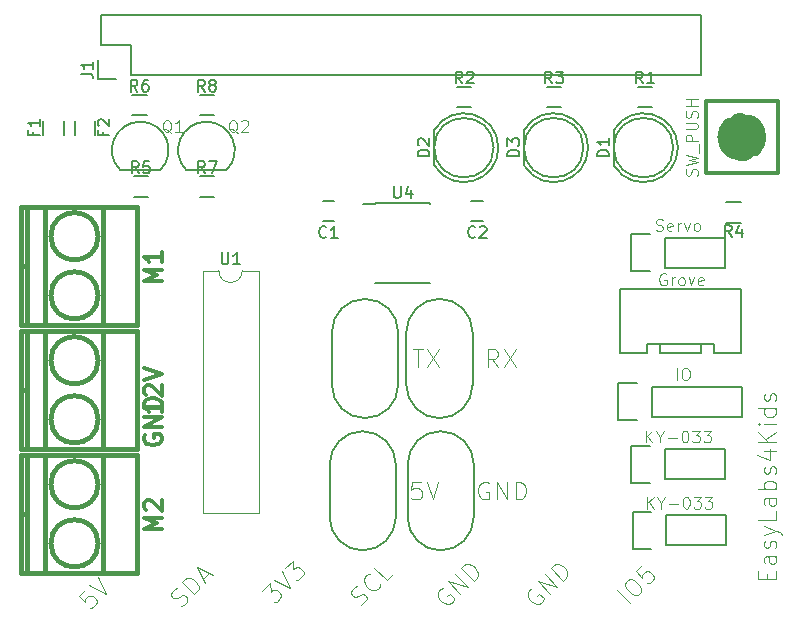
<source format=gbr>
G04 #@! TF.FileFunction,Legend,Top*
%FSLAX46Y46*%
G04 Gerber Fmt 4.6, Leading zero omitted, Abs format (unit mm)*
G04 Created by KiCad (PCBNEW 4.0.7) date 09/24/17 15:20:56*
%MOMM*%
%LPD*%
G01*
G04 APERTURE LIST*
%ADD10C,0.100000*%
%ADD11C,0.300000*%
%ADD12C,0.150000*%
%ADD13C,0.381000*%
%ADD14C,0.304800*%
%ADD15C,2.540000*%
%ADD16C,0.120000*%
G04 APERTURE END LIST*
D10*
X177692857Y-118957143D02*
X177692857Y-118457143D01*
X178478571Y-118242857D02*
X178478571Y-118957143D01*
X176978571Y-118957143D01*
X176978571Y-118242857D01*
X178478571Y-116957143D02*
X177692857Y-116957143D01*
X177550000Y-117028572D01*
X177478571Y-117171429D01*
X177478571Y-117457143D01*
X177550000Y-117600000D01*
X178407143Y-116957143D02*
X178478571Y-117100000D01*
X178478571Y-117457143D01*
X178407143Y-117600000D01*
X178264286Y-117671429D01*
X178121429Y-117671429D01*
X177978571Y-117600000D01*
X177907143Y-117457143D01*
X177907143Y-117100000D01*
X177835714Y-116957143D01*
X178407143Y-116314286D02*
X178478571Y-116171429D01*
X178478571Y-115885714D01*
X178407143Y-115742857D01*
X178264286Y-115671429D01*
X178192857Y-115671429D01*
X178050000Y-115742857D01*
X177978571Y-115885714D01*
X177978571Y-116100000D01*
X177907143Y-116242857D01*
X177764286Y-116314286D01*
X177692857Y-116314286D01*
X177550000Y-116242857D01*
X177478571Y-116100000D01*
X177478571Y-115885714D01*
X177550000Y-115742857D01*
X177478571Y-115171428D02*
X178478571Y-114814285D01*
X177478571Y-114457143D02*
X178478571Y-114814285D01*
X178835714Y-114957143D01*
X178907143Y-115028571D01*
X178978571Y-115171428D01*
X178478571Y-113171428D02*
X178478571Y-113885714D01*
X176978571Y-113885714D01*
X178478571Y-112028571D02*
X177692857Y-112028571D01*
X177550000Y-112100000D01*
X177478571Y-112242857D01*
X177478571Y-112528571D01*
X177550000Y-112671428D01*
X178407143Y-112028571D02*
X178478571Y-112171428D01*
X178478571Y-112528571D01*
X178407143Y-112671428D01*
X178264286Y-112742857D01*
X178121429Y-112742857D01*
X177978571Y-112671428D01*
X177907143Y-112528571D01*
X177907143Y-112171428D01*
X177835714Y-112028571D01*
X178478571Y-111314285D02*
X176978571Y-111314285D01*
X177550000Y-111314285D02*
X177478571Y-111171428D01*
X177478571Y-110885714D01*
X177550000Y-110742857D01*
X177621429Y-110671428D01*
X177764286Y-110599999D01*
X178192857Y-110599999D01*
X178335714Y-110671428D01*
X178407143Y-110742857D01*
X178478571Y-110885714D01*
X178478571Y-111171428D01*
X178407143Y-111314285D01*
X178407143Y-110028571D02*
X178478571Y-109885714D01*
X178478571Y-109599999D01*
X178407143Y-109457142D01*
X178264286Y-109385714D01*
X178192857Y-109385714D01*
X178050000Y-109457142D01*
X177978571Y-109599999D01*
X177978571Y-109814285D01*
X177907143Y-109957142D01*
X177764286Y-110028571D01*
X177692857Y-110028571D01*
X177550000Y-109957142D01*
X177478571Y-109814285D01*
X177478571Y-109599999D01*
X177550000Y-109457142D01*
X177478571Y-108099999D02*
X178478571Y-108099999D01*
X176907143Y-108457142D02*
X177978571Y-108814285D01*
X177978571Y-107885713D01*
X178478571Y-107314285D02*
X176978571Y-107314285D01*
X178478571Y-106457142D02*
X177621429Y-107099999D01*
X176978571Y-106457142D02*
X177835714Y-107314285D01*
X178478571Y-105814285D02*
X177478571Y-105814285D01*
X176978571Y-105814285D02*
X177050000Y-105885714D01*
X177121429Y-105814285D01*
X177050000Y-105742857D01*
X176978571Y-105814285D01*
X177121429Y-105814285D01*
X178478571Y-104457142D02*
X176978571Y-104457142D01*
X178407143Y-104457142D02*
X178478571Y-104599999D01*
X178478571Y-104885713D01*
X178407143Y-105028571D01*
X178335714Y-105099999D01*
X178192857Y-105171428D01*
X177764286Y-105171428D01*
X177621429Y-105099999D01*
X177550000Y-105028571D01*
X177478571Y-104885713D01*
X177478571Y-104599999D01*
X177550000Y-104457142D01*
X178407143Y-103814285D02*
X178478571Y-103671428D01*
X178478571Y-103385713D01*
X178407143Y-103242856D01*
X178264286Y-103171428D01*
X178192857Y-103171428D01*
X178050000Y-103242856D01*
X177978571Y-103385713D01*
X177978571Y-103599999D01*
X177907143Y-103742856D01*
X177764286Y-103814285D01*
X177692857Y-103814285D01*
X177550000Y-103742856D01*
X177478571Y-103599999D01*
X177478571Y-103385713D01*
X177550000Y-103242856D01*
X166119162Y-120940482D02*
X165058502Y-119879822D01*
X165765609Y-119172715D02*
X165967639Y-118970685D01*
X166119163Y-118920177D01*
X166321193Y-118920177D01*
X166573731Y-119071700D01*
X166927284Y-119425254D01*
X167078808Y-119677792D01*
X167078808Y-119879822D01*
X167028299Y-120031345D01*
X166826269Y-120233376D01*
X166674746Y-120283883D01*
X166472716Y-120283883D01*
X166220177Y-120132360D01*
X165866624Y-119778807D01*
X165715101Y-119526269D01*
X165715101Y-119324238D01*
X165765609Y-119172715D01*
X167179823Y-117758501D02*
X166674746Y-118263578D01*
X167129315Y-118819162D01*
X167129316Y-118718147D01*
X167179823Y-118566624D01*
X167432361Y-118314086D01*
X167583884Y-118263578D01*
X167684899Y-118263578D01*
X167836422Y-118314086D01*
X168088960Y-118566624D01*
X168139468Y-118718146D01*
X168139468Y-118819162D01*
X168088960Y-118970684D01*
X167836422Y-119223223D01*
X167684899Y-119273731D01*
X167583883Y-119273731D01*
X157861548Y-119677792D02*
X157710025Y-119728299D01*
X157558502Y-119879822D01*
X157457487Y-120081852D01*
X157457487Y-120283883D01*
X157507995Y-120435406D01*
X157659518Y-120687945D01*
X157811040Y-120839467D01*
X158063579Y-120990990D01*
X158215101Y-121041498D01*
X158417132Y-121041497D01*
X158619162Y-120940482D01*
X158720177Y-120839467D01*
X158821193Y-120637437D01*
X158821193Y-120536421D01*
X158467640Y-120182868D01*
X158265609Y-120384899D01*
X159376777Y-120182868D02*
X158316117Y-119122207D01*
X159982868Y-119576776D01*
X158922208Y-118516116D01*
X160487945Y-119071700D02*
X159427285Y-118011039D01*
X159679823Y-117758501D01*
X159881853Y-117657487D01*
X160083884Y-117657486D01*
X160235407Y-117707994D01*
X160487946Y-117859517D01*
X160639468Y-118011039D01*
X160790991Y-118263578D01*
X160841499Y-118415101D01*
X160841498Y-118617132D01*
X160740483Y-118819161D01*
X160487945Y-119071700D01*
X150261548Y-119677792D02*
X150110025Y-119728299D01*
X149958502Y-119879822D01*
X149857487Y-120081852D01*
X149857487Y-120283883D01*
X149907995Y-120435406D01*
X150059518Y-120687945D01*
X150211040Y-120839467D01*
X150463579Y-120990990D01*
X150615101Y-121041498D01*
X150817132Y-121041497D01*
X151019162Y-120940482D01*
X151120177Y-120839467D01*
X151221193Y-120637437D01*
X151221193Y-120536421D01*
X150867640Y-120182868D01*
X150665609Y-120384899D01*
X151776777Y-120182868D02*
X150716117Y-119122207D01*
X152382868Y-119576776D01*
X151322208Y-118516116D01*
X152887945Y-119071700D02*
X151827285Y-118011039D01*
X152079823Y-117758501D01*
X152281853Y-117657487D01*
X152483884Y-117657486D01*
X152635407Y-117707994D01*
X152887946Y-117859517D01*
X153039468Y-118011039D01*
X153190991Y-118263578D01*
X153241499Y-118415101D01*
X153241498Y-118617132D01*
X153140483Y-118819161D01*
X152887945Y-119071700D01*
X135005964Y-119932360D02*
X135662563Y-119275761D01*
X135713071Y-120033376D01*
X135864594Y-119881852D01*
X136016117Y-119831345D01*
X136117132Y-119831345D01*
X136268655Y-119881852D01*
X136521193Y-120134391D01*
X136571701Y-120285913D01*
X136571701Y-120386929D01*
X136521193Y-120538451D01*
X136218147Y-120841497D01*
X136066624Y-120892005D01*
X135965609Y-120892005D01*
X135965609Y-118972715D02*
X137379822Y-119679822D01*
X136672715Y-118265609D01*
X136925254Y-118013070D02*
X137581852Y-117356472D01*
X137632360Y-118114086D01*
X137783883Y-117962563D01*
X137935407Y-117912056D01*
X138036422Y-117912055D01*
X138187944Y-117962563D01*
X138440482Y-118215101D01*
X138490990Y-118366624D01*
X138490990Y-118467640D01*
X138440482Y-118619162D01*
X138137436Y-118922208D01*
X137985914Y-118972716D01*
X137884899Y-118972715D01*
X143366624Y-121092005D02*
X143568655Y-120990990D01*
X143821193Y-120738451D01*
X143871701Y-120586929D01*
X143871701Y-120485913D01*
X143821193Y-120334391D01*
X143720178Y-120233376D01*
X143568655Y-120182868D01*
X143467640Y-120182868D01*
X143316117Y-120233376D01*
X143063579Y-120384898D01*
X142912056Y-120435407D01*
X142811041Y-120435406D01*
X142659518Y-120384899D01*
X142558503Y-120283883D01*
X142507995Y-120132360D01*
X142507995Y-120031345D01*
X142558503Y-119879821D01*
X142811040Y-119627284D01*
X143013071Y-119526269D01*
X144982868Y-119374746D02*
X144982868Y-119475762D01*
X144881852Y-119677792D01*
X144780837Y-119778807D01*
X144578808Y-119879822D01*
X144376777Y-119879823D01*
X144225254Y-119829315D01*
X143972715Y-119677792D01*
X143821193Y-119526269D01*
X143669670Y-119273731D01*
X143619162Y-119122208D01*
X143619163Y-118920177D01*
X143720177Y-118718147D01*
X143821192Y-118617132D01*
X144023223Y-118516117D01*
X144124239Y-118516117D01*
X146043528Y-118516116D02*
X145538452Y-119021192D01*
X144477792Y-117960532D01*
X128141371Y-121217259D02*
X128343401Y-121116243D01*
X128595939Y-120863705D01*
X128646447Y-120712183D01*
X128646447Y-120611167D01*
X128595939Y-120459644D01*
X128494924Y-120358629D01*
X128343402Y-120308121D01*
X128242386Y-120308121D01*
X128090864Y-120358629D01*
X127838325Y-120510152D01*
X127686802Y-120560660D01*
X127585787Y-120560659D01*
X127434264Y-120510152D01*
X127333249Y-120409137D01*
X127282742Y-120257614D01*
X127282741Y-120156599D01*
X127333249Y-120005075D01*
X127585786Y-119752538D01*
X127787817Y-119651522D01*
X129252538Y-120207106D02*
X128191878Y-119146446D01*
X128444416Y-118893908D01*
X128646447Y-118792893D01*
X128848478Y-118792893D01*
X129000000Y-118843400D01*
X129252539Y-118994924D01*
X129404061Y-119146446D01*
X129555584Y-119398985D01*
X129606092Y-119550507D01*
X129606092Y-119752538D01*
X129505076Y-119954568D01*
X129252538Y-120207106D01*
X129959645Y-118893908D02*
X130464721Y-118388832D01*
X130161675Y-119297969D02*
X129454569Y-117883755D01*
X130868782Y-118590862D01*
X120017132Y-119821192D02*
X119512056Y-120326268D01*
X119966624Y-120881852D01*
X119966625Y-120780837D01*
X120017132Y-120629314D01*
X120269671Y-120376776D01*
X120421194Y-120326269D01*
X120522209Y-120326268D01*
X120673731Y-120376776D01*
X120926269Y-120629314D01*
X120976777Y-120780837D01*
X120976777Y-120881852D01*
X120926269Y-121033375D01*
X120673731Y-121285913D01*
X120522209Y-121336421D01*
X120421193Y-121336421D01*
X120370685Y-119467639D02*
X121784899Y-120174746D01*
X121077792Y-118760532D01*
D11*
X125050000Y-106742857D02*
X124978571Y-106885714D01*
X124978571Y-107100000D01*
X125050000Y-107314285D01*
X125192857Y-107457143D01*
X125335714Y-107528571D01*
X125621429Y-107600000D01*
X125835714Y-107600000D01*
X126121429Y-107528571D01*
X126264286Y-107457143D01*
X126407143Y-107314285D01*
X126478571Y-107100000D01*
X126478571Y-106957143D01*
X126407143Y-106742857D01*
X126335714Y-106671428D01*
X125835714Y-106671428D01*
X125835714Y-106957143D01*
X126478571Y-106028571D02*
X124978571Y-106028571D01*
X126478571Y-105171428D01*
X124978571Y-105171428D01*
X126478571Y-104457142D02*
X124978571Y-104457142D01*
X124978571Y-104099999D01*
X125050000Y-103885714D01*
X125192857Y-103742856D01*
X125335714Y-103671428D01*
X125621429Y-103599999D01*
X125835714Y-103599999D01*
X126121429Y-103671428D01*
X126264286Y-103742856D01*
X126407143Y-103885714D01*
X126478571Y-104099999D01*
X126478571Y-104457142D01*
D12*
X141100000Y-86950000D02*
X140100000Y-86950000D01*
X140100000Y-88650000D02*
X141100000Y-88650000D01*
X153700000Y-86950000D02*
X152700000Y-86950000D01*
X152700000Y-88650000D02*
X153700000Y-88650000D01*
X164785112Y-83924904D02*
G75*
G03X164770000Y-80900000I2484888J1524904D01*
G01*
X164770000Y-83900000D02*
X164770000Y-80900000D01*
X169787936Y-82400000D02*
G75*
G03X169787936Y-82400000I-2517936J0D01*
G01*
X149585112Y-83924904D02*
G75*
G03X149570000Y-80900000I2484888J1524904D01*
G01*
X149570000Y-83900000D02*
X149570000Y-80900000D01*
X154587936Y-82400000D02*
G75*
G03X154587936Y-82400000I-2517936J0D01*
G01*
X157185112Y-83924904D02*
G75*
G03X157170000Y-80900000I2484888J1524904D01*
G01*
X157170000Y-83900000D02*
X157170000Y-80900000D01*
X162187936Y-82400000D02*
G75*
G03X162187936Y-82400000I-2517936J0D01*
G01*
X118175000Y-80100000D02*
X118175000Y-81300000D01*
X116425000Y-81300000D02*
X116425000Y-80100000D01*
X119125000Y-81300000D02*
X119125000Y-80100000D01*
X120875000Y-80100000D02*
X120875000Y-81300000D01*
X172130000Y-71190000D02*
X121330000Y-71190000D01*
X123870000Y-76270000D02*
X172130000Y-76270000D01*
X172130000Y-71190000D02*
X172130000Y-76270000D01*
X121330000Y-71190000D02*
X121330000Y-73730000D01*
X121050000Y-75000000D02*
X121050000Y-76550000D01*
X121330000Y-73730000D02*
X123870000Y-73730000D01*
X123870000Y-73730000D02*
X123870000Y-76270000D01*
X121050000Y-76550000D02*
X122600000Y-76550000D01*
X147200000Y-98000000D02*
X147200000Y-102500000D01*
X152800000Y-98000000D02*
X152800000Y-102500000D01*
X152800000Y-98000000D02*
G75*
G03X150000000Y-95200000I-2800000J0D01*
G01*
X150000000Y-95200000D02*
G75*
G03X147200000Y-98000000I0J-2800000D01*
G01*
X147200000Y-102500000D02*
G75*
G03X150000000Y-105300000I2800000J0D01*
G01*
X150000000Y-105300000D02*
G75*
G03X152800000Y-102500000I0J2800000D01*
G01*
X140900000Y-98000000D02*
X140900000Y-102500000D01*
X146500000Y-98000000D02*
X146500000Y-102500000D01*
X146500000Y-98000000D02*
G75*
G03X143700000Y-95200000I-2800000J0D01*
G01*
X143700000Y-95200000D02*
G75*
G03X140900000Y-98000000I0J-2800000D01*
G01*
X140900000Y-102500000D02*
G75*
G03X143700000Y-105300000I2800000J0D01*
G01*
X143700000Y-105300000D02*
G75*
G03X146500000Y-102500000I0J2800000D01*
G01*
X140700000Y-109200000D02*
X140700000Y-113700000D01*
X146300000Y-109200000D02*
X146300000Y-113700000D01*
X146300000Y-109200000D02*
G75*
G03X143500000Y-106400000I-2800000J0D01*
G01*
X143500000Y-106400000D02*
G75*
G03X140700000Y-109200000I0J-2800000D01*
G01*
X140700000Y-113700000D02*
G75*
G03X143500000Y-116500000I2800000J0D01*
G01*
X143500000Y-116500000D02*
G75*
G03X146300000Y-113700000I0J2800000D01*
G01*
X147300000Y-109200000D02*
X147300000Y-113700000D01*
X152900000Y-109200000D02*
X152900000Y-113700000D01*
X152900000Y-109200000D02*
G75*
G03X150100000Y-106400000I-2800000J0D01*
G01*
X150100000Y-106400000D02*
G75*
G03X147300000Y-109200000I0J-2800000D01*
G01*
X147300000Y-113700000D02*
G75*
G03X150100000Y-116500000I2800000J0D01*
G01*
X150100000Y-116500000D02*
G75*
G03X152900000Y-113700000I0J2800000D01*
G01*
X168600000Y-94400000D02*
X167400000Y-94400000D01*
X168500000Y-99000000D02*
X167600000Y-99000000D01*
X167550000Y-99650000D02*
X167550000Y-99000000D01*
X168450000Y-99000000D02*
X173250000Y-99000000D01*
X175550000Y-99650000D02*
X175550000Y-99800000D01*
X175550000Y-99800000D02*
X175400000Y-99800000D01*
X173400000Y-99800000D02*
X173250000Y-99800000D01*
X175550000Y-94700000D02*
X175550000Y-94550000D01*
X175550000Y-94550000D02*
X175550000Y-94400000D01*
X175550000Y-94400000D02*
X170400000Y-94400000D01*
X165400000Y-94400000D02*
X167500000Y-94400000D01*
X167550000Y-99650000D02*
X167550000Y-99800000D01*
X167550000Y-99800000D02*
X167400000Y-99800000D01*
X165400000Y-99800000D02*
X165250000Y-99800000D01*
X165250000Y-99800000D02*
X165250000Y-99650000D01*
X165250000Y-94700000D02*
X165250000Y-94400000D01*
X165250000Y-94400000D02*
X165350000Y-94400000D01*
X165350000Y-94400000D02*
X165400000Y-94400000D01*
X168650000Y-99000000D02*
X168650000Y-99800000D01*
X168650000Y-99800000D02*
X172150000Y-99800000D01*
X172150000Y-99800000D02*
X172150000Y-99000000D01*
X168450000Y-94400000D02*
X170400000Y-94400000D01*
X165250000Y-99650000D02*
X165250000Y-94700000D01*
X175550000Y-99650000D02*
X175550000Y-94700000D01*
X173250000Y-99800000D02*
X173250000Y-99000000D01*
X165400000Y-99800000D02*
X167400000Y-99800000D01*
X173400000Y-99800000D02*
X175400000Y-99800000D01*
X169070000Y-92570000D02*
X174150000Y-92570000D01*
X174150000Y-92570000D02*
X174150000Y-90030000D01*
X174150000Y-90030000D02*
X169070000Y-90030000D01*
X166250000Y-89750000D02*
X167800000Y-89750000D01*
X169070000Y-90030000D02*
X169070000Y-92570000D01*
X167800000Y-92850000D02*
X166250000Y-92850000D01*
X166250000Y-92850000D02*
X166250000Y-89750000D01*
D13*
X115100000Y-92400000D02*
X114600000Y-92400000D01*
X121100000Y-94900000D02*
G75*
G03X121100000Y-94900000I-2000000J0D01*
G01*
X121100000Y-89900000D02*
G75*
G03X121100000Y-89900000I-2000000J0D01*
G01*
X116600000Y-87400000D02*
X116600000Y-97400000D01*
X121500000Y-87400000D02*
X121500000Y-97400000D01*
X115100000Y-87400000D02*
X115100000Y-97400000D01*
X114600000Y-87400000D02*
X114600000Y-97400000D01*
X114600000Y-97400000D02*
X124400000Y-97400000D01*
X124400000Y-97400000D02*
X124400000Y-87400000D01*
X124400000Y-87400000D02*
X114600000Y-87400000D01*
X115100000Y-102900000D02*
X114600000Y-102900000D01*
X121100000Y-105400000D02*
G75*
G03X121100000Y-105400000I-2000000J0D01*
G01*
X121100000Y-100400000D02*
G75*
G03X121100000Y-100400000I-2000000J0D01*
G01*
X116600000Y-97900000D02*
X116600000Y-107900000D01*
X121500000Y-97900000D02*
X121500000Y-107900000D01*
X115100000Y-97900000D02*
X115100000Y-107900000D01*
X114600000Y-97900000D02*
X114600000Y-107900000D01*
X114600000Y-107900000D02*
X124400000Y-107900000D01*
X124400000Y-107900000D02*
X124400000Y-97900000D01*
X124400000Y-97900000D02*
X114600000Y-97900000D01*
X115100000Y-113400000D02*
X114600000Y-113400000D01*
X121100000Y-115900000D02*
G75*
G03X121100000Y-115900000I-2000000J0D01*
G01*
X121100000Y-110900000D02*
G75*
G03X121100000Y-110900000I-2000000J0D01*
G01*
X116600000Y-108400000D02*
X116600000Y-118400000D01*
X121500000Y-108400000D02*
X121500000Y-118400000D01*
X115100000Y-108400000D02*
X115100000Y-118400000D01*
X114600000Y-108400000D02*
X114600000Y-118400000D01*
X114600000Y-118400000D02*
X124400000Y-118400000D01*
X124400000Y-118400000D02*
X124400000Y-108400000D01*
X124400000Y-108400000D02*
X114600000Y-108400000D01*
D12*
X167970000Y-105170000D02*
X175590000Y-105170000D01*
X167970000Y-102630000D02*
X175590000Y-102630000D01*
X165150000Y-102350000D02*
X166700000Y-102350000D01*
X175590000Y-105170000D02*
X175590000Y-102630000D01*
X167970000Y-102630000D02*
X167970000Y-105170000D01*
X166700000Y-105450000D02*
X165150000Y-105450000D01*
X165150000Y-105450000D02*
X165150000Y-102350000D01*
X122970000Y-84300000D02*
X126370000Y-84300000D01*
X122972944Y-84297056D02*
G75*
G02X124670000Y-80200000I1697056J1697056D01*
G01*
X126367056Y-84297056D02*
G75*
G03X124670000Y-80200000I-1697056J1697056D01*
G01*
X128570000Y-84300000D02*
X131970000Y-84300000D01*
X128572944Y-84297056D02*
G75*
G02X130270000Y-80200000I1697056J1697056D01*
G01*
X131967056Y-84297056D02*
G75*
G03X130270000Y-80200000I-1697056J1697056D01*
G01*
X168000000Y-78975000D02*
X166800000Y-78975000D01*
X166800000Y-77225000D02*
X168000000Y-77225000D01*
X152700000Y-78975000D02*
X151500000Y-78975000D01*
X151500000Y-77225000D02*
X152700000Y-77225000D01*
X160300000Y-78975000D02*
X159100000Y-78975000D01*
X159100000Y-77225000D02*
X160300000Y-77225000D01*
X174300000Y-87025000D02*
X175500000Y-87025000D01*
X175500000Y-88775000D02*
X174300000Y-88775000D01*
X125300000Y-86575000D02*
X124100000Y-86575000D01*
X124100000Y-84825000D02*
X125300000Y-84825000D01*
X125200000Y-79675000D02*
X124000000Y-79675000D01*
X124000000Y-77925000D02*
X125200000Y-77925000D01*
X130900000Y-86575000D02*
X129700000Y-86575000D01*
X129700000Y-84825000D02*
X130900000Y-84825000D01*
X130900000Y-79675000D02*
X129700000Y-79675000D01*
X129700000Y-77925000D02*
X130900000Y-77925000D01*
D14*
X172552000Y-78452000D02*
X178648000Y-78452000D01*
X178648000Y-78452000D02*
X178648000Y-84548000D01*
X178648000Y-84548000D02*
X172552000Y-84548000D01*
X172552000Y-84548000D02*
X172552000Y-78452000D01*
D15*
X176403219Y-81500000D02*
G75*
G03X176403219Y-81500000I-803219J0D01*
G01*
D16*
X133310000Y-92810000D02*
G75*
G02X131310000Y-92810000I-1000000J0D01*
G01*
X131310000Y-92810000D02*
X129940000Y-92810000D01*
X129940000Y-92810000D02*
X129940000Y-113370000D01*
X129940000Y-113370000D02*
X134680000Y-113370000D01*
X134680000Y-113370000D02*
X134680000Y-92810000D01*
X134680000Y-92810000D02*
X133310000Y-92810000D01*
D12*
X169070000Y-110470000D02*
X174150000Y-110470000D01*
X174150000Y-110470000D02*
X174150000Y-107930000D01*
X174150000Y-107930000D02*
X169070000Y-107930000D01*
X166250000Y-107650000D02*
X167800000Y-107650000D01*
X169070000Y-107930000D02*
X169070000Y-110470000D01*
X167800000Y-110750000D02*
X166250000Y-110750000D01*
X166250000Y-110750000D02*
X166250000Y-107650000D01*
X169170000Y-116070000D02*
X174250000Y-116070000D01*
X174250000Y-116070000D02*
X174250000Y-113530000D01*
X174250000Y-113530000D02*
X169170000Y-113530000D01*
X166350000Y-113250000D02*
X167900000Y-113250000D01*
X169170000Y-113530000D02*
X169170000Y-116070000D01*
X167900000Y-116350000D02*
X166350000Y-116350000D01*
X166350000Y-116350000D02*
X166350000Y-113250000D01*
X144575000Y-87125000D02*
X144575000Y-87150000D01*
X149225000Y-87125000D02*
X149225000Y-87150000D01*
X149225000Y-93875000D02*
X149225000Y-93850000D01*
X144575000Y-93875000D02*
X144575000Y-93850000D01*
X144575000Y-87125000D02*
X149225000Y-87125000D01*
X144575000Y-93875000D02*
X149225000Y-93875000D01*
X144575000Y-87150000D02*
X143500000Y-87150000D01*
X140433334Y-89957143D02*
X140385715Y-90004762D01*
X140242858Y-90052381D01*
X140147620Y-90052381D01*
X140004762Y-90004762D01*
X139909524Y-89909524D01*
X139861905Y-89814286D01*
X139814286Y-89623810D01*
X139814286Y-89480952D01*
X139861905Y-89290476D01*
X139909524Y-89195238D01*
X140004762Y-89100000D01*
X140147620Y-89052381D01*
X140242858Y-89052381D01*
X140385715Y-89100000D01*
X140433334Y-89147619D01*
X141385715Y-90052381D02*
X140814286Y-90052381D01*
X141100000Y-90052381D02*
X141100000Y-89052381D01*
X141004762Y-89195238D01*
X140909524Y-89290476D01*
X140814286Y-89338095D01*
X153033334Y-89957143D02*
X152985715Y-90004762D01*
X152842858Y-90052381D01*
X152747620Y-90052381D01*
X152604762Y-90004762D01*
X152509524Y-89909524D01*
X152461905Y-89814286D01*
X152414286Y-89623810D01*
X152414286Y-89480952D01*
X152461905Y-89290476D01*
X152509524Y-89195238D01*
X152604762Y-89100000D01*
X152747620Y-89052381D01*
X152842858Y-89052381D01*
X152985715Y-89100000D01*
X153033334Y-89147619D01*
X153414286Y-89147619D02*
X153461905Y-89100000D01*
X153557143Y-89052381D01*
X153795239Y-89052381D01*
X153890477Y-89100000D01*
X153938096Y-89147619D01*
X153985715Y-89242857D01*
X153985715Y-89338095D01*
X153938096Y-89480952D01*
X153366667Y-90052381D01*
X153985715Y-90052381D01*
X164352381Y-83138095D02*
X163352381Y-83138095D01*
X163352381Y-82900000D01*
X163400000Y-82757142D01*
X163495238Y-82661904D01*
X163590476Y-82614285D01*
X163780952Y-82566666D01*
X163923810Y-82566666D01*
X164114286Y-82614285D01*
X164209524Y-82661904D01*
X164304762Y-82757142D01*
X164352381Y-82900000D01*
X164352381Y-83138095D01*
X164352381Y-81614285D02*
X164352381Y-82185714D01*
X164352381Y-81900000D02*
X163352381Y-81900000D01*
X163495238Y-81995238D01*
X163590476Y-82090476D01*
X163638095Y-82185714D01*
X149152381Y-83138095D02*
X148152381Y-83138095D01*
X148152381Y-82900000D01*
X148200000Y-82757142D01*
X148295238Y-82661904D01*
X148390476Y-82614285D01*
X148580952Y-82566666D01*
X148723810Y-82566666D01*
X148914286Y-82614285D01*
X149009524Y-82661904D01*
X149104762Y-82757142D01*
X149152381Y-82900000D01*
X149152381Y-83138095D01*
X148247619Y-82185714D02*
X148200000Y-82138095D01*
X148152381Y-82042857D01*
X148152381Y-81804761D01*
X148200000Y-81709523D01*
X148247619Y-81661904D01*
X148342857Y-81614285D01*
X148438095Y-81614285D01*
X148580952Y-81661904D01*
X149152381Y-82233333D01*
X149152381Y-81614285D01*
X156752381Y-83138095D02*
X155752381Y-83138095D01*
X155752381Y-82900000D01*
X155800000Y-82757142D01*
X155895238Y-82661904D01*
X155990476Y-82614285D01*
X156180952Y-82566666D01*
X156323810Y-82566666D01*
X156514286Y-82614285D01*
X156609524Y-82661904D01*
X156704762Y-82757142D01*
X156752381Y-82900000D01*
X156752381Y-83138095D01*
X155752381Y-82233333D02*
X155752381Y-81614285D01*
X156133333Y-81947619D01*
X156133333Y-81804761D01*
X156180952Y-81709523D01*
X156228571Y-81661904D01*
X156323810Y-81614285D01*
X156561905Y-81614285D01*
X156657143Y-81661904D01*
X156704762Y-81709523D01*
X156752381Y-81804761D01*
X156752381Y-82090476D01*
X156704762Y-82185714D01*
X156657143Y-82233333D01*
X115628571Y-81033333D02*
X115628571Y-81366667D01*
X116152381Y-81366667D02*
X115152381Y-81366667D01*
X115152381Y-80890476D01*
X116152381Y-79985714D02*
X116152381Y-80557143D01*
X116152381Y-80271429D02*
X115152381Y-80271429D01*
X115295238Y-80366667D01*
X115390476Y-80461905D01*
X115438095Y-80557143D01*
X121528571Y-81033333D02*
X121528571Y-81366667D01*
X122052381Y-81366667D02*
X121052381Y-81366667D01*
X121052381Y-80890476D01*
X121147619Y-80557143D02*
X121100000Y-80509524D01*
X121052381Y-80414286D01*
X121052381Y-80176190D01*
X121100000Y-80080952D01*
X121147619Y-80033333D01*
X121242857Y-79985714D01*
X121338095Y-79985714D01*
X121480952Y-80033333D01*
X122052381Y-80604762D01*
X122052381Y-79985714D01*
X119652381Y-76133333D02*
X120366667Y-76133333D01*
X120509524Y-76180953D01*
X120604762Y-76276191D01*
X120652381Y-76419048D01*
X120652381Y-76514286D01*
X120652381Y-75133333D02*
X120652381Y-75704762D01*
X120652381Y-75419048D02*
X119652381Y-75419048D01*
X119795238Y-75514286D01*
X119890476Y-75609524D01*
X119938095Y-75704762D01*
D10*
X154950001Y-100978571D02*
X154450001Y-100264286D01*
X154092858Y-100978571D02*
X154092858Y-99478571D01*
X154664286Y-99478571D01*
X154807144Y-99550000D01*
X154878572Y-99621429D01*
X154950001Y-99764286D01*
X154950001Y-99978571D01*
X154878572Y-100121429D01*
X154807144Y-100192857D01*
X154664286Y-100264286D01*
X154092858Y-100264286D01*
X155450001Y-99478571D02*
X156450001Y-100978571D01*
X156450001Y-99478571D02*
X155450001Y-100978571D01*
X147757143Y-99478571D02*
X148614286Y-99478571D01*
X148185715Y-100978571D02*
X148185715Y-99478571D01*
X148971429Y-99478571D02*
X149971429Y-100978571D01*
X149971429Y-99478571D02*
X148971429Y-100978571D01*
X148414287Y-110678571D02*
X147700001Y-110678571D01*
X147628572Y-111392857D01*
X147700001Y-111321429D01*
X147842858Y-111250000D01*
X148200001Y-111250000D01*
X148342858Y-111321429D01*
X148414287Y-111392857D01*
X148485715Y-111535714D01*
X148485715Y-111892857D01*
X148414287Y-112035714D01*
X148342858Y-112107143D01*
X148200001Y-112178571D01*
X147842858Y-112178571D01*
X147700001Y-112107143D01*
X147628572Y-112035714D01*
X148914286Y-110678571D02*
X149414286Y-112178571D01*
X149914286Y-110678571D01*
X154157143Y-110750000D02*
X154014286Y-110678571D01*
X153800000Y-110678571D01*
X153585715Y-110750000D01*
X153442857Y-110892857D01*
X153371429Y-111035714D01*
X153300000Y-111321429D01*
X153300000Y-111535714D01*
X153371429Y-111821429D01*
X153442857Y-111964286D01*
X153585715Y-112107143D01*
X153800000Y-112178571D01*
X153942857Y-112178571D01*
X154157143Y-112107143D01*
X154228572Y-112035714D01*
X154228572Y-111535714D01*
X153942857Y-111535714D01*
X154871429Y-112178571D02*
X154871429Y-110678571D01*
X155728572Y-112178571D01*
X155728572Y-110678571D01*
X156442858Y-112178571D02*
X156442858Y-110678571D01*
X156800001Y-110678571D01*
X157014286Y-110750000D01*
X157157144Y-110892857D01*
X157228572Y-111035714D01*
X157300001Y-111321429D01*
X157300001Y-111535714D01*
X157228572Y-111821429D01*
X157157144Y-111964286D01*
X157014286Y-112107143D01*
X156800001Y-112178571D01*
X156442858Y-112178571D01*
X169190476Y-93100000D02*
X169095238Y-93052381D01*
X168952381Y-93052381D01*
X168809523Y-93100000D01*
X168714285Y-93195238D01*
X168666666Y-93290476D01*
X168619047Y-93480952D01*
X168619047Y-93623810D01*
X168666666Y-93814286D01*
X168714285Y-93909524D01*
X168809523Y-94004762D01*
X168952381Y-94052381D01*
X169047619Y-94052381D01*
X169190476Y-94004762D01*
X169238095Y-93957143D01*
X169238095Y-93623810D01*
X169047619Y-93623810D01*
X169666666Y-94052381D02*
X169666666Y-93385714D01*
X169666666Y-93576190D02*
X169714285Y-93480952D01*
X169761904Y-93433333D01*
X169857142Y-93385714D01*
X169952381Y-93385714D01*
X170428571Y-94052381D02*
X170333333Y-94004762D01*
X170285714Y-93957143D01*
X170238095Y-93861905D01*
X170238095Y-93576190D01*
X170285714Y-93480952D01*
X170333333Y-93433333D01*
X170428571Y-93385714D01*
X170571429Y-93385714D01*
X170666667Y-93433333D01*
X170714286Y-93480952D01*
X170761905Y-93576190D01*
X170761905Y-93861905D01*
X170714286Y-93957143D01*
X170666667Y-94004762D01*
X170571429Y-94052381D01*
X170428571Y-94052381D01*
X171095238Y-93385714D02*
X171333333Y-94052381D01*
X171571429Y-93385714D01*
X172333334Y-94004762D02*
X172238096Y-94052381D01*
X172047619Y-94052381D01*
X171952381Y-94004762D01*
X171904762Y-93909524D01*
X171904762Y-93528571D01*
X171952381Y-93433333D01*
X172047619Y-93385714D01*
X172238096Y-93385714D01*
X172333334Y-93433333D01*
X172380953Y-93528571D01*
X172380953Y-93623810D01*
X171904762Y-93719048D01*
X168342857Y-89404762D02*
X168485714Y-89452381D01*
X168723810Y-89452381D01*
X168819048Y-89404762D01*
X168866667Y-89357143D01*
X168914286Y-89261905D01*
X168914286Y-89166667D01*
X168866667Y-89071429D01*
X168819048Y-89023810D01*
X168723810Y-88976190D01*
X168533333Y-88928571D01*
X168438095Y-88880952D01*
X168390476Y-88833333D01*
X168342857Y-88738095D01*
X168342857Y-88642857D01*
X168390476Y-88547619D01*
X168438095Y-88500000D01*
X168533333Y-88452381D01*
X168771429Y-88452381D01*
X168914286Y-88500000D01*
X169723810Y-89404762D02*
X169628572Y-89452381D01*
X169438095Y-89452381D01*
X169342857Y-89404762D01*
X169295238Y-89309524D01*
X169295238Y-88928571D01*
X169342857Y-88833333D01*
X169438095Y-88785714D01*
X169628572Y-88785714D01*
X169723810Y-88833333D01*
X169771429Y-88928571D01*
X169771429Y-89023810D01*
X169295238Y-89119048D01*
X170200000Y-89452381D02*
X170200000Y-88785714D01*
X170200000Y-88976190D02*
X170247619Y-88880952D01*
X170295238Y-88833333D01*
X170390476Y-88785714D01*
X170485715Y-88785714D01*
X170723810Y-88785714D02*
X170961905Y-89452381D01*
X171200001Y-88785714D01*
X171723810Y-89452381D02*
X171628572Y-89404762D01*
X171580953Y-89357143D01*
X171533334Y-89261905D01*
X171533334Y-88976190D01*
X171580953Y-88880952D01*
X171628572Y-88833333D01*
X171723810Y-88785714D01*
X171866668Y-88785714D01*
X171961906Y-88833333D01*
X172009525Y-88880952D01*
X172057144Y-88976190D01*
X172057144Y-89261905D01*
X172009525Y-89357143D01*
X171961906Y-89404762D01*
X171866668Y-89452381D01*
X171723810Y-89452381D01*
D11*
X126478571Y-93714285D02*
X124978571Y-93714285D01*
X126050000Y-93214285D01*
X124978571Y-92714285D01*
X126478571Y-92714285D01*
X126478571Y-91214285D02*
X126478571Y-92071428D01*
X126478571Y-91642856D02*
X124978571Y-91642856D01*
X125192857Y-91785713D01*
X125335714Y-91928571D01*
X125407143Y-92071428D01*
X126478571Y-103928571D02*
X126478571Y-104785714D01*
X126478571Y-104357142D02*
X124978571Y-104357142D01*
X125192857Y-104499999D01*
X125335714Y-104642857D01*
X125407143Y-104785714D01*
X125121429Y-103357143D02*
X125050000Y-103285714D01*
X124978571Y-103142857D01*
X124978571Y-102785714D01*
X125050000Y-102642857D01*
X125121429Y-102571428D01*
X125264286Y-102500000D01*
X125407143Y-102500000D01*
X125621429Y-102571428D01*
X126478571Y-103428571D01*
X126478571Y-102500000D01*
X124978571Y-102071429D02*
X126478571Y-101571429D01*
X124978571Y-101071429D01*
X126478571Y-114714285D02*
X124978571Y-114714285D01*
X126050000Y-114214285D01*
X124978571Y-113714285D01*
X126478571Y-113714285D01*
X125121429Y-113071428D02*
X125050000Y-112999999D01*
X124978571Y-112857142D01*
X124978571Y-112499999D01*
X125050000Y-112357142D01*
X125121429Y-112285713D01*
X125264286Y-112214285D01*
X125407143Y-112214285D01*
X125621429Y-112285713D01*
X126478571Y-113142856D01*
X126478571Y-112214285D01*
D10*
X170076191Y-102052381D02*
X170076191Y-101052381D01*
X170742857Y-101052381D02*
X170933334Y-101052381D01*
X171028572Y-101100000D01*
X171123810Y-101195238D01*
X171171429Y-101385714D01*
X171171429Y-101719048D01*
X171123810Y-101909524D01*
X171028572Y-102004762D01*
X170933334Y-102052381D01*
X170742857Y-102052381D01*
X170647619Y-102004762D01*
X170552381Y-101909524D01*
X170504762Y-101719048D01*
X170504762Y-101385714D01*
X170552381Y-101195238D01*
X170647619Y-101100000D01*
X170742857Y-101052381D01*
X127304762Y-81147619D02*
X127209524Y-81100000D01*
X127114286Y-81004762D01*
X126971429Y-80861905D01*
X126876190Y-80814286D01*
X126780952Y-80814286D01*
X126828571Y-81052381D02*
X126733333Y-81004762D01*
X126638095Y-80909524D01*
X126590476Y-80719048D01*
X126590476Y-80385714D01*
X126638095Y-80195238D01*
X126733333Y-80100000D01*
X126828571Y-80052381D01*
X127019048Y-80052381D01*
X127114286Y-80100000D01*
X127209524Y-80195238D01*
X127257143Y-80385714D01*
X127257143Y-80719048D01*
X127209524Y-80909524D01*
X127114286Y-81004762D01*
X127019048Y-81052381D01*
X126828571Y-81052381D01*
X128209524Y-81052381D02*
X127638095Y-81052381D01*
X127923809Y-81052381D02*
X127923809Y-80052381D01*
X127828571Y-80195238D01*
X127733333Y-80290476D01*
X127638095Y-80338095D01*
X132904762Y-81147619D02*
X132809524Y-81100000D01*
X132714286Y-81004762D01*
X132571429Y-80861905D01*
X132476190Y-80814286D01*
X132380952Y-80814286D01*
X132428571Y-81052381D02*
X132333333Y-81004762D01*
X132238095Y-80909524D01*
X132190476Y-80719048D01*
X132190476Y-80385714D01*
X132238095Y-80195238D01*
X132333333Y-80100000D01*
X132428571Y-80052381D01*
X132619048Y-80052381D01*
X132714286Y-80100000D01*
X132809524Y-80195238D01*
X132857143Y-80385714D01*
X132857143Y-80719048D01*
X132809524Y-80909524D01*
X132714286Y-81004762D01*
X132619048Y-81052381D01*
X132428571Y-81052381D01*
X133238095Y-80147619D02*
X133285714Y-80100000D01*
X133380952Y-80052381D01*
X133619048Y-80052381D01*
X133714286Y-80100000D01*
X133761905Y-80147619D01*
X133809524Y-80242857D01*
X133809524Y-80338095D01*
X133761905Y-80480952D01*
X133190476Y-81052381D01*
X133809524Y-81052381D01*
D12*
X167233334Y-76952381D02*
X166900000Y-76476190D01*
X166661905Y-76952381D02*
X166661905Y-75952381D01*
X167042858Y-75952381D01*
X167138096Y-76000000D01*
X167185715Y-76047619D01*
X167233334Y-76142857D01*
X167233334Y-76285714D01*
X167185715Y-76380952D01*
X167138096Y-76428571D01*
X167042858Y-76476190D01*
X166661905Y-76476190D01*
X168185715Y-76952381D02*
X167614286Y-76952381D01*
X167900000Y-76952381D02*
X167900000Y-75952381D01*
X167804762Y-76095238D01*
X167709524Y-76190476D01*
X167614286Y-76238095D01*
X151933334Y-76952381D02*
X151600000Y-76476190D01*
X151361905Y-76952381D02*
X151361905Y-75952381D01*
X151742858Y-75952381D01*
X151838096Y-76000000D01*
X151885715Y-76047619D01*
X151933334Y-76142857D01*
X151933334Y-76285714D01*
X151885715Y-76380952D01*
X151838096Y-76428571D01*
X151742858Y-76476190D01*
X151361905Y-76476190D01*
X152314286Y-76047619D02*
X152361905Y-76000000D01*
X152457143Y-75952381D01*
X152695239Y-75952381D01*
X152790477Y-76000000D01*
X152838096Y-76047619D01*
X152885715Y-76142857D01*
X152885715Y-76238095D01*
X152838096Y-76380952D01*
X152266667Y-76952381D01*
X152885715Y-76952381D01*
X159533334Y-76952381D02*
X159200000Y-76476190D01*
X158961905Y-76952381D02*
X158961905Y-75952381D01*
X159342858Y-75952381D01*
X159438096Y-76000000D01*
X159485715Y-76047619D01*
X159533334Y-76142857D01*
X159533334Y-76285714D01*
X159485715Y-76380952D01*
X159438096Y-76428571D01*
X159342858Y-76476190D01*
X158961905Y-76476190D01*
X159866667Y-75952381D02*
X160485715Y-75952381D01*
X160152381Y-76333333D01*
X160295239Y-76333333D01*
X160390477Y-76380952D01*
X160438096Y-76428571D01*
X160485715Y-76523810D01*
X160485715Y-76761905D01*
X160438096Y-76857143D01*
X160390477Y-76904762D01*
X160295239Y-76952381D01*
X160009524Y-76952381D01*
X159914286Y-76904762D01*
X159866667Y-76857143D01*
X174733334Y-89952381D02*
X174400000Y-89476190D01*
X174161905Y-89952381D02*
X174161905Y-88952381D01*
X174542858Y-88952381D01*
X174638096Y-89000000D01*
X174685715Y-89047619D01*
X174733334Y-89142857D01*
X174733334Y-89285714D01*
X174685715Y-89380952D01*
X174638096Y-89428571D01*
X174542858Y-89476190D01*
X174161905Y-89476190D01*
X175590477Y-89285714D02*
X175590477Y-89952381D01*
X175352381Y-88904762D02*
X175114286Y-89619048D01*
X175733334Y-89619048D01*
X124533334Y-84552381D02*
X124200000Y-84076190D01*
X123961905Y-84552381D02*
X123961905Y-83552381D01*
X124342858Y-83552381D01*
X124438096Y-83600000D01*
X124485715Y-83647619D01*
X124533334Y-83742857D01*
X124533334Y-83885714D01*
X124485715Y-83980952D01*
X124438096Y-84028571D01*
X124342858Y-84076190D01*
X123961905Y-84076190D01*
X125438096Y-83552381D02*
X124961905Y-83552381D01*
X124914286Y-84028571D01*
X124961905Y-83980952D01*
X125057143Y-83933333D01*
X125295239Y-83933333D01*
X125390477Y-83980952D01*
X125438096Y-84028571D01*
X125485715Y-84123810D01*
X125485715Y-84361905D01*
X125438096Y-84457143D01*
X125390477Y-84504762D01*
X125295239Y-84552381D01*
X125057143Y-84552381D01*
X124961905Y-84504762D01*
X124914286Y-84457143D01*
X124433334Y-77652381D02*
X124100000Y-77176190D01*
X123861905Y-77652381D02*
X123861905Y-76652381D01*
X124242858Y-76652381D01*
X124338096Y-76700000D01*
X124385715Y-76747619D01*
X124433334Y-76842857D01*
X124433334Y-76985714D01*
X124385715Y-77080952D01*
X124338096Y-77128571D01*
X124242858Y-77176190D01*
X123861905Y-77176190D01*
X125290477Y-76652381D02*
X125100000Y-76652381D01*
X125004762Y-76700000D01*
X124957143Y-76747619D01*
X124861905Y-76890476D01*
X124814286Y-77080952D01*
X124814286Y-77461905D01*
X124861905Y-77557143D01*
X124909524Y-77604762D01*
X125004762Y-77652381D01*
X125195239Y-77652381D01*
X125290477Y-77604762D01*
X125338096Y-77557143D01*
X125385715Y-77461905D01*
X125385715Y-77223810D01*
X125338096Y-77128571D01*
X125290477Y-77080952D01*
X125195239Y-77033333D01*
X125004762Y-77033333D01*
X124909524Y-77080952D01*
X124861905Y-77128571D01*
X124814286Y-77223810D01*
X130133334Y-84552381D02*
X129800000Y-84076190D01*
X129561905Y-84552381D02*
X129561905Y-83552381D01*
X129942858Y-83552381D01*
X130038096Y-83600000D01*
X130085715Y-83647619D01*
X130133334Y-83742857D01*
X130133334Y-83885714D01*
X130085715Y-83980952D01*
X130038096Y-84028571D01*
X129942858Y-84076190D01*
X129561905Y-84076190D01*
X130466667Y-83552381D02*
X131133334Y-83552381D01*
X130704762Y-84552381D01*
X130133334Y-77652381D02*
X129800000Y-77176190D01*
X129561905Y-77652381D02*
X129561905Y-76652381D01*
X129942858Y-76652381D01*
X130038096Y-76700000D01*
X130085715Y-76747619D01*
X130133334Y-76842857D01*
X130133334Y-76985714D01*
X130085715Y-77080952D01*
X130038096Y-77128571D01*
X129942858Y-77176190D01*
X129561905Y-77176190D01*
X130704762Y-77080952D02*
X130609524Y-77033333D01*
X130561905Y-76985714D01*
X130514286Y-76890476D01*
X130514286Y-76842857D01*
X130561905Y-76747619D01*
X130609524Y-76700000D01*
X130704762Y-76652381D01*
X130895239Y-76652381D01*
X130990477Y-76700000D01*
X131038096Y-76747619D01*
X131085715Y-76842857D01*
X131085715Y-76890476D01*
X131038096Y-76985714D01*
X130990477Y-77033333D01*
X130895239Y-77080952D01*
X130704762Y-77080952D01*
X130609524Y-77128571D01*
X130561905Y-77176190D01*
X130514286Y-77271429D01*
X130514286Y-77461905D01*
X130561905Y-77557143D01*
X130609524Y-77604762D01*
X130704762Y-77652381D01*
X130895239Y-77652381D01*
X130990477Y-77604762D01*
X131038096Y-77557143D01*
X131085715Y-77461905D01*
X131085715Y-77271429D01*
X131038096Y-77176190D01*
X130990477Y-77128571D01*
X130895239Y-77080952D01*
D10*
X171804762Y-84761905D02*
X171852381Y-84619048D01*
X171852381Y-84380952D01*
X171804762Y-84285714D01*
X171757143Y-84238095D01*
X171661905Y-84190476D01*
X171566667Y-84190476D01*
X171471429Y-84238095D01*
X171423810Y-84285714D01*
X171376190Y-84380952D01*
X171328571Y-84571429D01*
X171280952Y-84666667D01*
X171233333Y-84714286D01*
X171138095Y-84761905D01*
X171042857Y-84761905D01*
X170947619Y-84714286D01*
X170900000Y-84666667D01*
X170852381Y-84571429D01*
X170852381Y-84333333D01*
X170900000Y-84190476D01*
X170852381Y-83857143D02*
X171852381Y-83619048D01*
X171138095Y-83428571D01*
X171852381Y-83238095D01*
X170852381Y-83000000D01*
X171947619Y-82857143D02*
X171947619Y-82095238D01*
X171852381Y-81857143D02*
X170852381Y-81857143D01*
X170852381Y-81476190D01*
X170900000Y-81380952D01*
X170947619Y-81333333D01*
X171042857Y-81285714D01*
X171185714Y-81285714D01*
X171280952Y-81333333D01*
X171328571Y-81380952D01*
X171376190Y-81476190D01*
X171376190Y-81857143D01*
X170852381Y-80857143D02*
X171661905Y-80857143D01*
X171757143Y-80809524D01*
X171804762Y-80761905D01*
X171852381Y-80666667D01*
X171852381Y-80476190D01*
X171804762Y-80380952D01*
X171757143Y-80333333D01*
X171661905Y-80285714D01*
X170852381Y-80285714D01*
X171804762Y-79857143D02*
X171852381Y-79714286D01*
X171852381Y-79476190D01*
X171804762Y-79380952D01*
X171757143Y-79333333D01*
X171661905Y-79285714D01*
X171566667Y-79285714D01*
X171471429Y-79333333D01*
X171423810Y-79380952D01*
X171376190Y-79476190D01*
X171328571Y-79666667D01*
X171280952Y-79761905D01*
X171233333Y-79809524D01*
X171138095Y-79857143D01*
X171042857Y-79857143D01*
X170947619Y-79809524D01*
X170900000Y-79761905D01*
X170852381Y-79666667D01*
X170852381Y-79428571D01*
X170900000Y-79285714D01*
X171852381Y-78857143D02*
X170852381Y-78857143D01*
X171328571Y-78857143D02*
X171328571Y-78285714D01*
X171852381Y-78285714D02*
X170852381Y-78285714D01*
D12*
X131548095Y-91262381D02*
X131548095Y-92071905D01*
X131595714Y-92167143D01*
X131643333Y-92214762D01*
X131738571Y-92262381D01*
X131929048Y-92262381D01*
X132024286Y-92214762D01*
X132071905Y-92167143D01*
X132119524Y-92071905D01*
X132119524Y-91262381D01*
X133119524Y-92262381D02*
X132548095Y-92262381D01*
X132833809Y-92262381D02*
X132833809Y-91262381D01*
X132738571Y-91405238D01*
X132643333Y-91500476D01*
X132548095Y-91548095D01*
D10*
X167461905Y-107352381D02*
X167461905Y-106352381D01*
X168033334Y-107352381D02*
X167604762Y-106780952D01*
X168033334Y-106352381D02*
X167461905Y-106923810D01*
X168652381Y-106876190D02*
X168652381Y-107352381D01*
X168319048Y-106352381D02*
X168652381Y-106876190D01*
X168985715Y-106352381D01*
X169319048Y-106971429D02*
X170080953Y-106971429D01*
X170747619Y-106352381D02*
X170842858Y-106352381D01*
X170938096Y-106400000D01*
X170985715Y-106447619D01*
X171033334Y-106542857D01*
X171080953Y-106733333D01*
X171080953Y-106971429D01*
X171033334Y-107161905D01*
X170985715Y-107257143D01*
X170938096Y-107304762D01*
X170842858Y-107352381D01*
X170747619Y-107352381D01*
X170652381Y-107304762D01*
X170604762Y-107257143D01*
X170557143Y-107161905D01*
X170509524Y-106971429D01*
X170509524Y-106733333D01*
X170557143Y-106542857D01*
X170604762Y-106447619D01*
X170652381Y-106400000D01*
X170747619Y-106352381D01*
X171414286Y-106352381D02*
X172033334Y-106352381D01*
X171700000Y-106733333D01*
X171842858Y-106733333D01*
X171938096Y-106780952D01*
X171985715Y-106828571D01*
X172033334Y-106923810D01*
X172033334Y-107161905D01*
X171985715Y-107257143D01*
X171938096Y-107304762D01*
X171842858Y-107352381D01*
X171557143Y-107352381D01*
X171461905Y-107304762D01*
X171414286Y-107257143D01*
X172366667Y-106352381D02*
X172985715Y-106352381D01*
X172652381Y-106733333D01*
X172795239Y-106733333D01*
X172890477Y-106780952D01*
X172938096Y-106828571D01*
X172985715Y-106923810D01*
X172985715Y-107161905D01*
X172938096Y-107257143D01*
X172890477Y-107304762D01*
X172795239Y-107352381D01*
X172509524Y-107352381D01*
X172414286Y-107304762D01*
X172366667Y-107257143D01*
X167561905Y-112952381D02*
X167561905Y-111952381D01*
X168133334Y-112952381D02*
X167704762Y-112380952D01*
X168133334Y-111952381D02*
X167561905Y-112523810D01*
X168752381Y-112476190D02*
X168752381Y-112952381D01*
X168419048Y-111952381D02*
X168752381Y-112476190D01*
X169085715Y-111952381D01*
X169419048Y-112571429D02*
X170180953Y-112571429D01*
X170847619Y-111952381D02*
X170942858Y-111952381D01*
X171038096Y-112000000D01*
X171085715Y-112047619D01*
X171133334Y-112142857D01*
X171180953Y-112333333D01*
X171180953Y-112571429D01*
X171133334Y-112761905D01*
X171085715Y-112857143D01*
X171038096Y-112904762D01*
X170942858Y-112952381D01*
X170847619Y-112952381D01*
X170752381Y-112904762D01*
X170704762Y-112857143D01*
X170657143Y-112761905D01*
X170609524Y-112571429D01*
X170609524Y-112333333D01*
X170657143Y-112142857D01*
X170704762Y-112047619D01*
X170752381Y-112000000D01*
X170847619Y-111952381D01*
X171514286Y-111952381D02*
X172133334Y-111952381D01*
X171800000Y-112333333D01*
X171942858Y-112333333D01*
X172038096Y-112380952D01*
X172085715Y-112428571D01*
X172133334Y-112523810D01*
X172133334Y-112761905D01*
X172085715Y-112857143D01*
X172038096Y-112904762D01*
X171942858Y-112952381D01*
X171657143Y-112952381D01*
X171561905Y-112904762D01*
X171514286Y-112857143D01*
X172466667Y-111952381D02*
X173085715Y-111952381D01*
X172752381Y-112333333D01*
X172895239Y-112333333D01*
X172990477Y-112380952D01*
X173038096Y-112428571D01*
X173085715Y-112523810D01*
X173085715Y-112761905D01*
X173038096Y-112857143D01*
X172990477Y-112904762D01*
X172895239Y-112952381D01*
X172609524Y-112952381D01*
X172514286Y-112904762D01*
X172466667Y-112857143D01*
D12*
X146138095Y-85652381D02*
X146138095Y-86461905D01*
X146185714Y-86557143D01*
X146233333Y-86604762D01*
X146328571Y-86652381D01*
X146519048Y-86652381D01*
X146614286Y-86604762D01*
X146661905Y-86557143D01*
X146709524Y-86461905D01*
X146709524Y-85652381D01*
X147614286Y-85985714D02*
X147614286Y-86652381D01*
X147376190Y-85604762D02*
X147138095Y-86319048D01*
X147757143Y-86319048D01*
M02*

</source>
